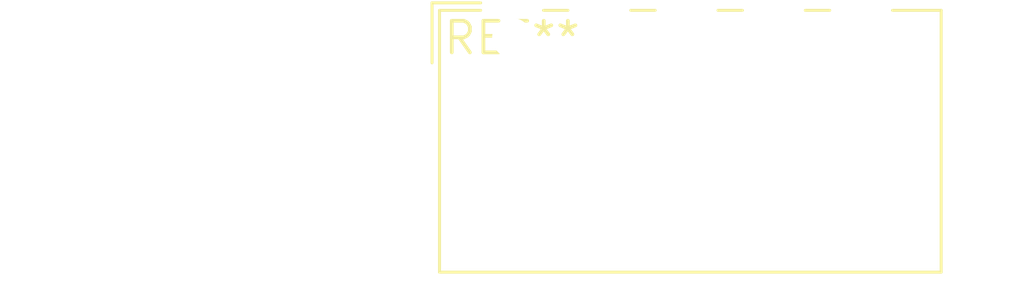
<source format=kicad_pcb>
(kicad_pcb (version 20240108) (generator pcbnew)
  (layers (0 "F.Cu" signal) (31 "B.Cu" signal) (34 "B.Paste" user) (35 "F.Paste" user) (36 "B.SilkS" user "B.Silkscreen") (37 "F.SilkS" user "F.Silkscreen") (38 "B.Mask" user) (39 "F.Mask" user) (44 "Edge.Cuts" user))
  (net 0 "")
  (footprint "Wago_734-165_1x05_P3.50mm_Horizontal" (layer "F.Cu") (at 0 0)
    (property "Reference" "REF**")
    (property "Value" "Wago_734-165_1x05_P3.50mm_Horizontal")
    (fp_line (start -3.21 -1.41) (end -1.26 -1.41) (layer "F.SilkS") (stroke (width 0.12)))
    (fp_line (start -3.21 1) (end -3.21 -1.41) (layer "F.SilkS") (stroke (width 0.12)))
    (fp_line (start -2.91 -1.11) (end -2.91 9.41) (layer "F.SilkS") (stroke (width 0.12)))
    (fp_line (start -2.91 9.41) (end 17.21 9.41) (layer "F.SilkS") (stroke (width 0.12)))
    (fp_line (start -1.26 -1.11) (end -2.91 -1.11) (layer "F.SilkS") (stroke (width 0.12)))
    (fp_line (start 1.26 -1.11) (end 2.24 -1.11) (layer "F.SilkS") (stroke (width 0.12)))
    (fp_line (start 4.76 -1.11) (end 5.74 -1.11) (layer "F.SilkS") (stroke (width 0.12)))
    (fp_line (start 8.26 -1.11) (end 9.24 -1.11) (layer "F.SilkS") (stroke (width 0.12)))
    (fp_line (start 11.76 -1.11) (end 12.74 -1.11) (layer "F.SilkS") (stroke (width 0.12)))
    (fp_line (start 17.21 -1.11) (end 15.26 -1.11) (layer "F.SilkS") (stroke (width 0.12)))
    (fp_line (start 17.21 9.41) (end 17.21 -1.11) (layer "F.SilkS") (stroke (width 0.12)))
    (pad "1" thru_hole roundrect (at 0 0) (size 2 2.6) (drill 1.6) (layers *.Cu *.Mask) (remove_unused_layers) (roundrect_rratio 0.125))
    (pad "2" thru_hole oval (at 3.5 0) (size 2 2.6) (drill 1.6) (layers *.Cu *.Mask) (remove_unused_layers))
    (pad "3" thru_hole oval (at 7 0) (size 2 2.6) (drill 1.6) (layers *.Cu *.Mask) (remove_unused_layers))
    (pad "4" thru_hole oval (at 10.5 0) (size 2 2.6) (drill 1.6) (layers *.Cu *.Mask) (remove_unused_layers))
    (pad "5" thru_hole oval (at 14 0) (size 2 2.6) (drill 1.6) (layers *.Cu *.Mask) (remove_unused_layers))
  )
)
</source>
